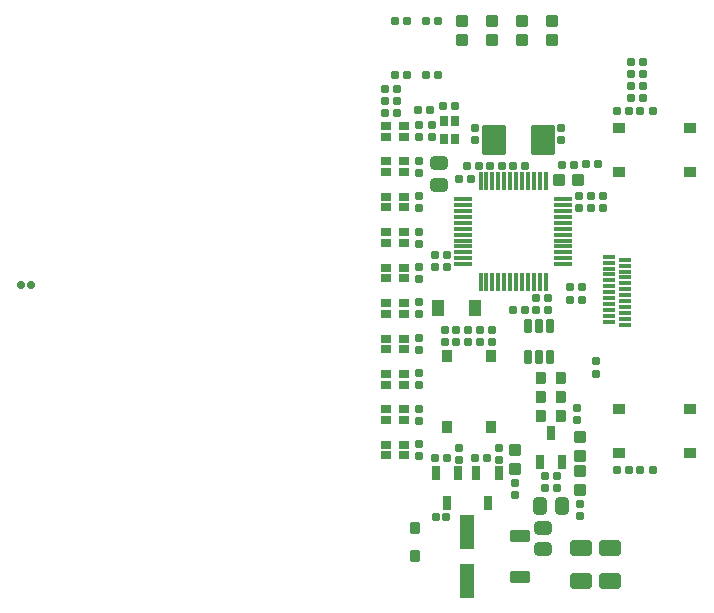
<source format=gbr>
%TF.GenerationSoftware,KiCad,Pcbnew,8.0.3*%
%TF.CreationDate,2024-07-18T08:33:45+12:00*%
%TF.ProjectId,Tea Cozy Hotplate,54656120-436f-47a7-9920-486f74706c61,rev?*%
%TF.SameCoordinates,Original*%
%TF.FileFunction,Paste,Top*%
%TF.FilePolarity,Positive*%
%FSLAX46Y46*%
G04 Gerber Fmt 4.6, Leading zero omitted, Abs format (unit mm)*
G04 Created by KiCad (PCBNEW 8.0.3) date 2024-07-18 08:33:45*
%MOMM*%
%LPD*%
G01*
G04 APERTURE LIST*
G04 Aperture macros list*
%AMRoundRect*
0 Rectangle with rounded corners*
0 $1 Rounding radius*
0 $2 $3 $4 $5 $6 $7 $8 $9 X,Y pos of 4 corners*
0 Add a 4 corners polygon primitive as box body*
4,1,4,$2,$3,$4,$5,$6,$7,$8,$9,$2,$3,0*
0 Add four circle primitives for the rounded corners*
1,1,$1+$1,$2,$3*
1,1,$1+$1,$4,$5*
1,1,$1+$1,$6,$7*
1,1,$1+$1,$8,$9*
0 Add four rect primitives between the rounded corners*
20,1,$1+$1,$2,$3,$4,$5,0*
20,1,$1+$1,$4,$5,$6,$7,0*
20,1,$1+$1,$6,$7,$8,$9,0*
20,1,$1+$1,$8,$9,$2,$3,0*%
G04 Aperture macros list end*
%ADD10RoundRect,0.160000X0.160000X0.210000X-0.160000X0.210000X-0.160000X-0.210000X0.160000X-0.210000X0*%
%ADD11RoundRect,0.050000X0.400000X0.325006X-0.400000X0.325006X-0.400000X-0.325006X0.400000X-0.325006X0*%
%ADD12RoundRect,0.225000X0.225000X0.300000X-0.225000X0.300000X-0.225000X-0.300000X0.225000X-0.300000X0*%
%ADD13RoundRect,0.165000X-0.685000X0.385000X-0.685000X-0.385000X0.685000X-0.385000X0.685000X0.385000X0*%
%ADD14RoundRect,0.050000X0.550000X-1.400000X0.550000X1.400000X-0.550000X1.400000X-0.550000X-1.400000X0*%
%ADD15RoundRect,0.160000X-0.160000X-0.210000X0.160000X-0.210000X0.160000X0.210000X-0.160000X0.210000X0*%
%ADD16RoundRect,0.050000X0.282829X0.270002X-0.282829X0.270002X-0.282829X-0.270002X0.282829X-0.270002X0*%
%ADD17RoundRect,0.160000X-0.210000X0.160000X-0.210000X-0.160000X0.210000X-0.160000X0.210000X0.160000X0*%
%ADD18RoundRect,0.225000X-0.225000X0.325000X-0.225000X-0.325000X0.225000X-0.325000X0.225000X0.325000X0*%
%ADD19RoundRect,0.050000X-0.300000X0.535001X-0.300000X-0.535001X0.300000X-0.535001X0.300000X0.535001X0*%
%ADD20RoundRect,0.050000X-0.950000X-1.200000X0.950000X-1.200000X0.950000X1.200000X-0.950000X1.200000X0*%
%ADD21RoundRect,0.274390X0.288110X0.475610X-0.288110X0.475610X-0.288110X-0.475610X0.288110X-0.475610X0*%
%ADD22RoundRect,0.160000X0.210000X-0.160000X0.210000X0.160000X-0.210000X0.160000X-0.210000X-0.160000X0*%
%ADD23RoundRect,0.050000X0.325006X-0.400000X0.325006X0.400000X-0.325006X0.400000X-0.325006X-0.400000X0*%
%ADD24RoundRect,0.165789X-0.384211X0.359211X-0.384211X-0.359211X0.384211X-0.359211X0.384211X0.359211X0*%
%ADD25RoundRect,0.274390X0.475610X-0.288110X0.475610X0.288110X-0.475610X0.288110X-0.475610X-0.288110X0*%
%ADD26RoundRect,0.050000X0.475006X-0.150000X0.475006X0.150000X-0.475006X0.150000X-0.475006X-0.150000X0*%
%ADD27RoundRect,0.225000X0.325000X0.225000X-0.325000X0.225000X-0.325000X-0.225000X0.325000X-0.225000X0*%
%ADD28RoundRect,0.050000X0.500000X0.600000X-0.500000X0.600000X-0.500000X-0.600000X0.500000X-0.600000X0*%
%ADD29RoundRect,0.212503X0.212503X-0.337497X0.212503X0.337497X-0.212503X0.337497X-0.212503X-0.337497X0*%
%ADD30RoundRect,0.270000X0.655000X-0.405000X0.655000X0.405000X-0.655000X0.405000X-0.655000X-0.405000X0*%
%ADD31RoundRect,0.050000X0.300000X-0.535001X0.300000X0.535001X-0.300000X0.535001X-0.300000X-0.535001X0*%
%ADD32RoundRect,0.165789X0.384211X-0.359211X0.384211X0.359211X-0.384211X0.359211X-0.384211X-0.359211X0*%
%ADD33O,0.370003X1.600000*%
%ADD34O,1.600000X0.370003*%
%ADD35RoundRect,0.175000X0.175000X-0.425000X0.175000X0.425000X-0.175000X0.425000X-0.175000X-0.425000X0*%
%ADD36RoundRect,0.160001X0.172828X0.160001X-0.172828X0.160001X-0.172828X-0.160001X0.172828X-0.160001X0*%
%ADD37RoundRect,0.165789X-0.359211X-0.384211X0.359211X-0.384211X0.359211X0.384211X-0.359211X0.384211X0*%
G04 APERTURE END LIST*
D10*
%TO.C,R24*%
X63210000Y-41700000D03*
X62190000Y-41700000D03*
%TD*%
D11*
%TO.C,RGB10*%
X58049936Y-40550013D03*
X59550064Y-40550013D03*
X58049936Y-41450013D03*
X59550064Y-41450013D03*
%TD*%
D12*
%TO.C,C12*%
X72825000Y-36480000D03*
X71175000Y-36480000D03*
%TD*%
D10*
%TO.C,R2*%
X74610000Y-27200000D03*
X73590000Y-27200000D03*
%TD*%
D13*
%TO.C,D2*%
X69400000Y-51700025D03*
X69400000Y-48299975D03*
%TD*%
D14*
%TO.C,C60*%
X64900000Y-52099949D03*
X64900000Y-47900051D03*
%TD*%
D15*
%TO.C,C10*%
X66850000Y-16950000D03*
X67870000Y-16950000D03*
%TD*%
D10*
%TO.C,R25*%
X61810000Y-12200000D03*
X60790000Y-12200000D03*
%TD*%
%TO.C,C15*%
X71800000Y-28120000D03*
X70780000Y-28120000D03*
%TD*%
%TO.C,R26*%
X80610000Y-12300000D03*
X79590000Y-12300000D03*
%TD*%
%TO.C,R3*%
X74610000Y-28300000D03*
X73590000Y-28300000D03*
%TD*%
D11*
%TO.C,RGB7*%
X58049936Y-31550013D03*
X59550064Y-31550013D03*
X58049936Y-32450013D03*
X59550064Y-32450013D03*
%TD*%
D16*
%TO.C,R29*%
X63132817Y-46650000D03*
X62267183Y-46650000D03*
%TD*%
D17*
%TO.C,C22*%
X60800000Y-22490000D03*
X60800000Y-23510000D03*
%TD*%
D18*
%TO.C,SW1*%
X66950000Y-33000000D03*
X66950000Y-39000000D03*
X63250000Y-33000000D03*
X63250000Y-39000000D03*
%TD*%
D19*
%TO.C,LDO1*%
X71050038Y-42035077D03*
X72949962Y-42035077D03*
X72000000Y-39564923D03*
%TD*%
D10*
%TO.C,C30*%
X78610000Y-12300000D03*
X77590000Y-12300000D03*
%TD*%
%TO.C,C7*%
X72510000Y-43200000D03*
X71490000Y-43200000D03*
%TD*%
D11*
%TO.C,RGB4*%
X58049936Y-22550013D03*
X59550064Y-22550013D03*
X58049936Y-23450013D03*
X59550064Y-23450013D03*
%TD*%
D10*
%TO.C,C29*%
X63910000Y-11900000D03*
X62890000Y-11900000D03*
%TD*%
D17*
%TO.C,C28*%
X60800000Y-40490000D03*
X60800000Y-41510000D03*
%TD*%
D11*
%TO.C,RGB5*%
X58049936Y-25550013D03*
X59550064Y-25550013D03*
X58049936Y-26450013D03*
X59550064Y-26450013D03*
%TD*%
D12*
%TO.C,C13*%
X72825000Y-38120000D03*
X71175000Y-38120000D03*
%TD*%
D15*
%TO.C,R32*%
X57920000Y-11400000D03*
X58940000Y-11400000D03*
%TD*%
D20*
%TO.C,U2*%
X67199962Y-14699924D03*
X71300038Y-14699924D03*
%TD*%
D21*
%TO.C,C3*%
X72912500Y-45720000D03*
X71087500Y-45720000D03*
%TD*%
D11*
%TO.C,RGB9*%
X58049936Y-37550013D03*
X59550064Y-37550013D03*
X58049936Y-38450013D03*
X59550064Y-38450013D03*
%TD*%
%TO.C,RGB2*%
X58049936Y-16550013D03*
X59550064Y-16550013D03*
X58049936Y-17450013D03*
X59550064Y-17450013D03*
%TD*%
D15*
%TO.C,R5*%
X65990000Y-30800000D03*
X67010000Y-30800000D03*
%TD*%
D12*
%TO.C,C14*%
X72825000Y-34870000D03*
X71175000Y-34870000D03*
%TD*%
D10*
%TO.C,R31*%
X65010000Y-30800000D03*
X63990000Y-30800000D03*
%TD*%
D22*
%TO.C,C9*%
X63180000Y-25500000D03*
X63180000Y-24480000D03*
%TD*%
D10*
%TO.C,C2*%
X65930000Y-16950000D03*
X64910000Y-16950000D03*
%TD*%
D23*
%TO.C,RGB11*%
X63849987Y-13149936D03*
X63849987Y-14650064D03*
X62949987Y-13149936D03*
X62949987Y-14650064D03*
%TD*%
D24*
%TO.C,LED8*%
X69000000Y-42600000D03*
X69000000Y-41000000D03*
%TD*%
D17*
%TO.C,C1*%
X72850000Y-13690000D03*
X72850000Y-14710000D03*
%TD*%
D25*
%TO.C,FB1*%
X71300000Y-49372500D03*
X71300000Y-47547500D03*
%TD*%
D26*
%TO.C,J2*%
X76911989Y-30124841D03*
X76911989Y-29624968D03*
X76911989Y-29124841D03*
X76911989Y-28624968D03*
X76911989Y-28125095D03*
X76911989Y-27624968D03*
X76911989Y-27125095D03*
X76911989Y-26624968D03*
X76911989Y-26125095D03*
X76911989Y-25624968D03*
X76911989Y-25125095D03*
X76911989Y-24624968D03*
X78311786Y-24874905D03*
X78311786Y-25375032D03*
X78311786Y-25874905D03*
X78311786Y-26375032D03*
X78311786Y-26874905D03*
X78311786Y-27375032D03*
X78311786Y-27875159D03*
X78311786Y-28375032D03*
X78311786Y-28874905D03*
X78311786Y-29375032D03*
X78311786Y-29874905D03*
X78311786Y-30375032D03*
%TD*%
D11*
%TO.C,RGB1*%
X58049936Y-13550013D03*
X59550064Y-13550013D03*
X58049936Y-14450013D03*
X59550064Y-14450013D03*
%TD*%
D27*
%TO.C,SW3*%
X83800000Y-41250000D03*
X77800000Y-41250000D03*
X83800000Y-37550000D03*
X77800000Y-37550000D03*
%TD*%
D28*
%TO.C,U5*%
X65549911Y-29000000D03*
X62450089Y-29000000D03*
%TD*%
D24*
%TO.C,LED4*%
X72060000Y-6264000D03*
X72060000Y-4664000D03*
%TD*%
D17*
%TO.C,R13*%
X75800000Y-33490000D03*
X75800000Y-34510000D03*
%TD*%
D11*
%TO.C,RGB8*%
X58049936Y-34550013D03*
X59550064Y-34550013D03*
X58049936Y-35450013D03*
X59550064Y-35450013D03*
%TD*%
D15*
%TO.C,R17*%
X78790000Y-8152000D03*
X79810000Y-8152000D03*
%TD*%
D10*
%TO.C,R7*%
X73994000Y-16834000D03*
X72974000Y-16834000D03*
%TD*%
D17*
%TO.C,C26*%
X60800000Y-34490000D03*
X60800000Y-35510000D03*
%TD*%
%TO.C,C19*%
X60800000Y-13490000D03*
X60800000Y-14510000D03*
%TD*%
D10*
%TO.C,R8*%
X62410000Y-9260000D03*
X61390000Y-9260000D03*
%TD*%
D17*
%TO.C,C23*%
X60800000Y-25490000D03*
X60800000Y-26510000D03*
%TD*%
D29*
%TO.C,D1*%
X60500000Y-49972593D03*
X60500000Y-47627407D03*
%TD*%
D30*
%TO.C,F2*%
X76990000Y-52060000D03*
X76990000Y-49260000D03*
%TD*%
D17*
%TO.C,C21*%
X60800000Y-19490000D03*
X60800000Y-20510000D03*
%TD*%
D22*
%TO.C,R22*%
X74200000Y-38428000D03*
X74200000Y-37408000D03*
%TD*%
D11*
%TO.C,RGB6*%
X58049936Y-28550013D03*
X59550064Y-28550013D03*
X58049936Y-29450013D03*
X59550064Y-29450013D03*
%TD*%
D15*
%TO.C,R9*%
X58790000Y-9260000D03*
X59810000Y-9260000D03*
%TD*%
D10*
%TO.C,R10*%
X62410000Y-4660000D03*
X61390000Y-4660000D03*
%TD*%
D24*
%TO.C,LED7*%
X66980000Y-6264000D03*
X66980000Y-4664000D03*
%TD*%
D10*
%TO.C,R30*%
X58940000Y-12430000D03*
X57920000Y-12430000D03*
%TD*%
D11*
%TO.C,RGB3*%
X58049936Y-19550013D03*
X59550064Y-19550013D03*
X58049936Y-20450013D03*
X59550064Y-20450013D03*
%TD*%
D24*
%TO.C,LED1*%
X74500000Y-44400000D03*
X74500000Y-42800000D03*
%TD*%
D17*
%TO.C,C24*%
X60800000Y-28490000D03*
X60800000Y-29510000D03*
%TD*%
D30*
%TO.C,F1*%
X74590000Y-52060000D03*
X74590000Y-49260000D03*
%TD*%
D31*
%TO.C,U4*%
X64149962Y-42964923D03*
X62250038Y-42964923D03*
X63200000Y-45435077D03*
%TD*%
D10*
%TO.C,C31*%
X78610000Y-42700000D03*
X77590000Y-42700000D03*
%TD*%
D17*
%TO.C,C27*%
X60800000Y-37490000D03*
X60800000Y-38510000D03*
%TD*%
%TO.C,C18*%
X76420000Y-19480000D03*
X76420000Y-20500000D03*
%TD*%
D32*
%TO.C,LED2*%
X74500000Y-39900000D03*
X74500000Y-41500000D03*
%TD*%
D27*
%TO.C,SW2*%
X83800000Y-17450000D03*
X77800000Y-17450000D03*
X83800000Y-13750000D03*
X77800000Y-13750000D03*
%TD*%
D15*
%TO.C,C35*%
X63990000Y-31800000D03*
X65010000Y-31800000D03*
%TD*%
D10*
%TO.C,C5*%
X67010000Y-31800000D03*
X65990000Y-31800000D03*
%TD*%
%TO.C,C34*%
X58940000Y-10390000D03*
X57920000Y-10390000D03*
%TD*%
D15*
%TO.C,R15*%
X78790000Y-11200000D03*
X79810000Y-11200000D03*
%TD*%
D10*
%TO.C,R14*%
X76000000Y-16800000D03*
X74980000Y-16800000D03*
%TD*%
D15*
%TO.C,R12*%
X78790000Y-9168000D03*
X79810000Y-9168000D03*
%TD*%
D10*
%TO.C,R19*%
X66610000Y-41700000D03*
X65590000Y-41700000D03*
%TD*%
D33*
%TO.C,U1*%
X71550064Y-18250064D03*
X71049936Y-18250064D03*
X70550064Y-18250064D03*
X70049936Y-18250064D03*
X69550064Y-18250064D03*
X69049936Y-18250064D03*
X68550064Y-18250064D03*
X68049936Y-18250064D03*
X67550064Y-18250064D03*
X67049936Y-18250064D03*
X66550064Y-18250064D03*
X66049936Y-18250064D03*
D34*
X64550064Y-19749936D03*
X64550064Y-20250064D03*
X64550064Y-20749936D03*
X64550064Y-21250064D03*
X64550064Y-21749936D03*
X64550064Y-22250064D03*
X64550064Y-22749936D03*
X64550064Y-23250064D03*
X64550064Y-23749936D03*
X64550064Y-24250064D03*
X64550064Y-24749936D03*
X64550064Y-25250064D03*
D33*
X66049936Y-26749936D03*
X66550064Y-26749936D03*
X67049936Y-26749936D03*
X67550064Y-26749936D03*
X68049936Y-26749936D03*
X68550064Y-26749936D03*
X69049936Y-26749936D03*
X69550064Y-26749936D03*
X70049936Y-26749936D03*
X70550064Y-26749936D03*
X71049936Y-26749936D03*
X71550064Y-26749936D03*
D34*
X73049936Y-25250064D03*
X73049936Y-24749936D03*
X73049936Y-24250064D03*
X73049936Y-23749936D03*
X73049936Y-23250064D03*
X73049936Y-22749936D03*
X73049936Y-22250064D03*
X73049936Y-21749936D03*
X73049936Y-21250064D03*
X73049936Y-20749936D03*
X73049936Y-20250064D03*
X73049936Y-19749936D03*
%TD*%
D10*
%TO.C,C8*%
X72510000Y-44230000D03*
X71490000Y-44230000D03*
%TD*%
%TO.C,C11*%
X71800000Y-29120000D03*
X70780000Y-29120000D03*
%TD*%
D31*
%TO.C,U3*%
X67599962Y-42964923D03*
X65700038Y-42964923D03*
X66650000Y-45435077D03*
%TD*%
D22*
%TO.C,C4*%
X62180000Y-25500000D03*
X62180000Y-24480000D03*
%TD*%
D17*
%TO.C,R20*%
X67600000Y-40790000D03*
X67600000Y-41810000D03*
%TD*%
%TO.C,C6*%
X65600000Y-13690000D03*
X65600000Y-14710000D03*
%TD*%
D24*
%TO.C,LED5*%
X69520000Y-6264000D03*
X69520000Y-4664000D03*
%TD*%
D10*
%TO.C,R27*%
X80610000Y-42700000D03*
X79590000Y-42700000D03*
%TD*%
D22*
%TO.C,R23*%
X61900000Y-14510000D03*
X61900000Y-13490000D03*
%TD*%
D17*
%TO.C,C16*%
X75410000Y-19490000D03*
X75410000Y-20510000D03*
%TD*%
%TO.C,R33*%
X63000000Y-30790000D03*
X63000000Y-31810000D03*
%TD*%
D24*
%TO.C,LED6*%
X64440000Y-6264000D03*
X64440000Y-4664000D03*
%TD*%
D10*
%TO.C,R1*%
X69810000Y-16950000D03*
X68790000Y-16950000D03*
%TD*%
D15*
%TO.C,R16*%
X78790000Y-10184000D03*
X79810000Y-10184000D03*
%TD*%
D17*
%TO.C,C20*%
X60800000Y-16490000D03*
X60800000Y-17510000D03*
%TD*%
D22*
%TO.C,R18*%
X74500000Y-46610000D03*
X74500000Y-45590000D03*
%TD*%
D17*
%TO.C,C25*%
X60800000Y-31490000D03*
X60800000Y-32510000D03*
%TD*%
D25*
%TO.C,C33*%
X62533100Y-18545600D03*
X62533100Y-16720600D03*
%TD*%
D17*
%TO.C,R21*%
X64200000Y-40780000D03*
X64200000Y-41800000D03*
%TD*%
D15*
%TO.C,R11*%
X58790000Y-4660000D03*
X59810000Y-4660000D03*
%TD*%
D35*
%TO.C,ESD1*%
X71949962Y-30449987D03*
X71000000Y-30449987D03*
X70050038Y-30449987D03*
X70050038Y-33150013D03*
X71000000Y-33150013D03*
X71949962Y-33150013D03*
%TD*%
D15*
%TO.C,R4*%
X68790000Y-29100000D03*
X69810000Y-29100000D03*
%TD*%
D17*
%TO.C,C17*%
X74400000Y-19490000D03*
X74400000Y-20510000D03*
%TD*%
D10*
%TO.C,C32*%
X65210000Y-18000000D03*
X64190000Y-18000000D03*
%TD*%
D36*
%TO.C,R28*%
X28000017Y-27000000D03*
X27134383Y-27000000D03*
%TD*%
D17*
%TO.C,R6*%
X69000000Y-43790000D03*
X69000000Y-44810000D03*
%TD*%
D37*
%TO.C,LED3*%
X74284000Y-18104000D03*
X72684000Y-18104000D03*
%TD*%
M02*

</source>
